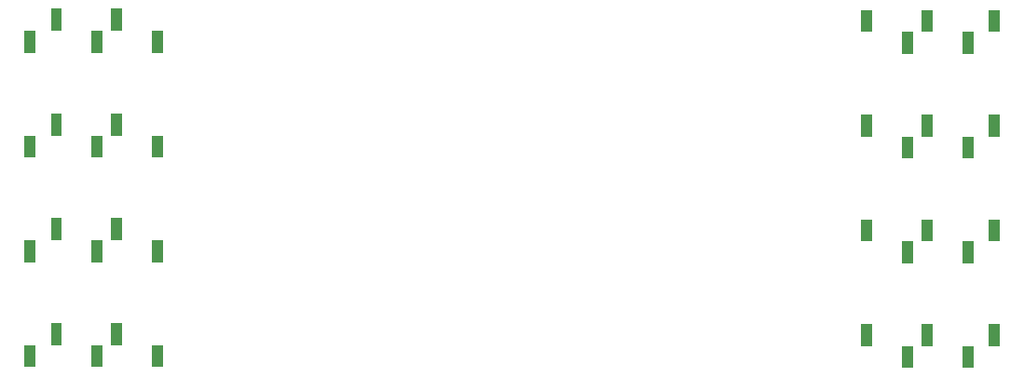
<source format=gbr>
G04 EAGLE Gerber RS-274X export*
G75*
%MOMM*%
%FSLAX34Y34*%
%LPD*%
%INMilling*%
%IPPOS*%
%AMOC8*
5,1,8,0,0,1.08239X$1,22.5*%
G01*

G36*
X153855Y416399D02*
X153855Y416399D01*
X153855Y416400D01*
X153855Y436400D01*
X153851Y436405D01*
X153850Y436405D01*
X143850Y436405D01*
X143845Y436401D01*
X143845Y436400D01*
X143845Y416400D01*
X143849Y416395D01*
X143850Y416395D01*
X153850Y416395D01*
X153855Y416399D01*
G37*
G36*
X98855Y416399D02*
X98855Y416399D01*
X98855Y416400D01*
X98855Y436400D01*
X98851Y436405D01*
X98850Y436405D01*
X88850Y436405D01*
X88845Y436401D01*
X88845Y436400D01*
X88845Y416400D01*
X88849Y416395D01*
X88850Y416395D01*
X98850Y416395D01*
X98855Y416399D01*
G37*
G36*
X890155Y415449D02*
X890155Y415449D01*
X890155Y415450D01*
X890155Y435450D01*
X890151Y435455D01*
X890150Y435455D01*
X880150Y435455D01*
X880145Y435451D01*
X880145Y435450D01*
X880145Y415450D01*
X880149Y415445D01*
X880150Y415445D01*
X890150Y415445D01*
X890155Y415449D01*
G37*
G36*
X951155Y415449D02*
X951155Y415449D01*
X951155Y415450D01*
X951155Y435450D01*
X951151Y435455D01*
X951150Y435455D01*
X941150Y435455D01*
X941145Y435451D01*
X941145Y435450D01*
X941145Y415450D01*
X941149Y415445D01*
X941150Y415445D01*
X951150Y415445D01*
X951155Y415449D01*
G37*
G36*
X835155Y415449D02*
X835155Y415449D01*
X835155Y415450D01*
X835155Y435450D01*
X835151Y435455D01*
X835150Y435455D01*
X825150Y435455D01*
X825145Y435451D01*
X825145Y435450D01*
X825145Y415450D01*
X825149Y415445D01*
X825150Y415445D01*
X835150Y415445D01*
X835155Y415449D01*
G37*
G36*
X190855Y396399D02*
X190855Y396399D01*
X190855Y396400D01*
X190855Y416400D01*
X190851Y416405D01*
X190850Y416405D01*
X180850Y416405D01*
X180845Y416401D01*
X180845Y416400D01*
X180845Y396400D01*
X180849Y396395D01*
X180850Y396395D01*
X190850Y396395D01*
X190855Y396399D01*
G37*
G36*
X74855Y396399D02*
X74855Y396399D01*
X74855Y396400D01*
X74855Y416400D01*
X74851Y416405D01*
X74850Y416405D01*
X64850Y416405D01*
X64845Y416401D01*
X64845Y416400D01*
X64845Y396400D01*
X64849Y396395D01*
X64850Y396395D01*
X74850Y396395D01*
X74855Y396399D01*
G37*
G36*
X135855Y396399D02*
X135855Y396399D01*
X135855Y396400D01*
X135855Y416400D01*
X135851Y416405D01*
X135850Y416405D01*
X125850Y416405D01*
X125845Y416401D01*
X125845Y416400D01*
X125845Y396400D01*
X125849Y396395D01*
X125850Y396395D01*
X135850Y396395D01*
X135855Y396399D01*
G37*
G36*
X872155Y395449D02*
X872155Y395449D01*
X872155Y395450D01*
X872155Y415450D01*
X872151Y415455D01*
X872150Y415455D01*
X862150Y415455D01*
X862145Y415451D01*
X862145Y415450D01*
X862145Y395450D01*
X862149Y395445D01*
X862150Y395445D01*
X872150Y395445D01*
X872155Y395449D01*
G37*
G36*
X927155Y395449D02*
X927155Y395449D01*
X927155Y395450D01*
X927155Y415450D01*
X927151Y415455D01*
X927150Y415455D01*
X917150Y415455D01*
X917145Y415451D01*
X917145Y415450D01*
X917145Y395450D01*
X917149Y395445D01*
X917150Y395445D01*
X927150Y395445D01*
X927155Y395449D01*
G37*
G36*
X98855Y321149D02*
X98855Y321149D01*
X98855Y321150D01*
X98855Y341150D01*
X98851Y341155D01*
X98850Y341155D01*
X88850Y341155D01*
X88845Y341151D01*
X88845Y341150D01*
X88845Y321150D01*
X88849Y321145D01*
X88850Y321145D01*
X98850Y321145D01*
X98855Y321149D01*
G37*
G36*
X153855Y321149D02*
X153855Y321149D01*
X153855Y321150D01*
X153855Y341150D01*
X153851Y341155D01*
X153850Y341155D01*
X143850Y341155D01*
X143845Y341151D01*
X143845Y341150D01*
X143845Y321150D01*
X143849Y321145D01*
X143850Y321145D01*
X153850Y321145D01*
X153855Y321149D01*
G37*
G36*
X951155Y320199D02*
X951155Y320199D01*
X951155Y320200D01*
X951155Y340200D01*
X951151Y340205D01*
X951150Y340205D01*
X941150Y340205D01*
X941145Y340201D01*
X941145Y340200D01*
X941145Y320200D01*
X941149Y320195D01*
X941150Y320195D01*
X951150Y320195D01*
X951155Y320199D01*
G37*
G36*
X835155Y320199D02*
X835155Y320199D01*
X835155Y320200D01*
X835155Y340200D01*
X835151Y340205D01*
X835150Y340205D01*
X825150Y340205D01*
X825145Y340201D01*
X825145Y340200D01*
X825145Y320200D01*
X825149Y320195D01*
X825150Y320195D01*
X835150Y320195D01*
X835155Y320199D01*
G37*
G36*
X890155Y320199D02*
X890155Y320199D01*
X890155Y320200D01*
X890155Y340200D01*
X890151Y340205D01*
X890150Y340205D01*
X880150Y340205D01*
X880145Y340201D01*
X880145Y340200D01*
X880145Y320200D01*
X880149Y320195D01*
X880150Y320195D01*
X890150Y320195D01*
X890155Y320199D01*
G37*
G36*
X190855Y301149D02*
X190855Y301149D01*
X190855Y301150D01*
X190855Y321150D01*
X190851Y321155D01*
X190850Y321155D01*
X180850Y321155D01*
X180845Y321151D01*
X180845Y321150D01*
X180845Y301150D01*
X180849Y301145D01*
X180850Y301145D01*
X190850Y301145D01*
X190855Y301149D01*
G37*
G36*
X135855Y301149D02*
X135855Y301149D01*
X135855Y301150D01*
X135855Y321150D01*
X135851Y321155D01*
X135850Y321155D01*
X125850Y321155D01*
X125845Y321151D01*
X125845Y321150D01*
X125845Y301150D01*
X125849Y301145D01*
X125850Y301145D01*
X135850Y301145D01*
X135855Y301149D01*
G37*
G36*
X74855Y301149D02*
X74855Y301149D01*
X74855Y301150D01*
X74855Y321150D01*
X74851Y321155D01*
X74850Y321155D01*
X64850Y321155D01*
X64845Y321151D01*
X64845Y321150D01*
X64845Y301150D01*
X64849Y301145D01*
X64850Y301145D01*
X74850Y301145D01*
X74855Y301149D01*
G37*
G36*
X927155Y300199D02*
X927155Y300199D01*
X927155Y300200D01*
X927155Y320200D01*
X927151Y320205D01*
X927150Y320205D01*
X917150Y320205D01*
X917145Y320201D01*
X917145Y320200D01*
X917145Y300200D01*
X917149Y300195D01*
X917150Y300195D01*
X927150Y300195D01*
X927155Y300199D01*
G37*
G36*
X872155Y300199D02*
X872155Y300199D01*
X872155Y300200D01*
X872155Y320200D01*
X872151Y320205D01*
X872150Y320205D01*
X862150Y320205D01*
X862145Y320201D01*
X862145Y320200D01*
X862145Y300200D01*
X862149Y300195D01*
X862150Y300195D01*
X872150Y300195D01*
X872155Y300199D01*
G37*
G36*
X98855Y225899D02*
X98855Y225899D01*
X98855Y225900D01*
X98855Y245900D01*
X98851Y245905D01*
X98850Y245905D01*
X88850Y245905D01*
X88845Y245901D01*
X88845Y245900D01*
X88845Y225900D01*
X88849Y225895D01*
X88850Y225895D01*
X98850Y225895D01*
X98855Y225899D01*
G37*
G36*
X153855Y225899D02*
X153855Y225899D01*
X153855Y225900D01*
X153855Y245900D01*
X153851Y245905D01*
X153850Y245905D01*
X143850Y245905D01*
X143845Y245901D01*
X143845Y245900D01*
X143845Y225900D01*
X143849Y225895D01*
X143850Y225895D01*
X153850Y225895D01*
X153855Y225899D01*
G37*
G36*
X951155Y224949D02*
X951155Y224949D01*
X951155Y224950D01*
X951155Y244950D01*
X951151Y244955D01*
X951150Y244955D01*
X941150Y244955D01*
X941145Y244951D01*
X941145Y244950D01*
X941145Y224950D01*
X941149Y224945D01*
X941150Y224945D01*
X951150Y224945D01*
X951155Y224949D01*
G37*
G36*
X835155Y224949D02*
X835155Y224949D01*
X835155Y224950D01*
X835155Y244950D01*
X835151Y244955D01*
X835150Y244955D01*
X825150Y244955D01*
X825145Y244951D01*
X825145Y244950D01*
X825145Y224950D01*
X825149Y224945D01*
X825150Y224945D01*
X835150Y224945D01*
X835155Y224949D01*
G37*
G36*
X890155Y224949D02*
X890155Y224949D01*
X890155Y224950D01*
X890155Y244950D01*
X890151Y244955D01*
X890150Y244955D01*
X880150Y244955D01*
X880145Y244951D01*
X880145Y244950D01*
X880145Y224950D01*
X880149Y224945D01*
X880150Y224945D01*
X890150Y224945D01*
X890155Y224949D01*
G37*
G36*
X135855Y205899D02*
X135855Y205899D01*
X135855Y205900D01*
X135855Y225900D01*
X135851Y225905D01*
X135850Y225905D01*
X125850Y225905D01*
X125845Y225901D01*
X125845Y225900D01*
X125845Y205900D01*
X125849Y205895D01*
X125850Y205895D01*
X135850Y205895D01*
X135855Y205899D01*
G37*
G36*
X190855Y205899D02*
X190855Y205899D01*
X190855Y205900D01*
X190855Y225900D01*
X190851Y225905D01*
X190850Y225905D01*
X180850Y225905D01*
X180845Y225901D01*
X180845Y225900D01*
X180845Y205900D01*
X180849Y205895D01*
X180850Y205895D01*
X190850Y205895D01*
X190855Y205899D01*
G37*
G36*
X74855Y205899D02*
X74855Y205899D01*
X74855Y205900D01*
X74855Y225900D01*
X74851Y225905D01*
X74850Y225905D01*
X64850Y225905D01*
X64845Y225901D01*
X64845Y225900D01*
X64845Y205900D01*
X64849Y205895D01*
X64850Y205895D01*
X74850Y205895D01*
X74855Y205899D01*
G37*
G36*
X872155Y204949D02*
X872155Y204949D01*
X872155Y204950D01*
X872155Y224950D01*
X872151Y224955D01*
X872150Y224955D01*
X862150Y224955D01*
X862145Y224951D01*
X862145Y224950D01*
X862145Y204950D01*
X862149Y204945D01*
X862150Y204945D01*
X872150Y204945D01*
X872155Y204949D01*
G37*
G36*
X927155Y204949D02*
X927155Y204949D01*
X927155Y204950D01*
X927155Y224950D01*
X927151Y224955D01*
X927150Y224955D01*
X917150Y224955D01*
X917145Y224951D01*
X917145Y224950D01*
X917145Y204950D01*
X917149Y204945D01*
X917150Y204945D01*
X927150Y204945D01*
X927155Y204949D01*
G37*
G36*
X153855Y130649D02*
X153855Y130649D01*
X153855Y130650D01*
X153855Y150650D01*
X153851Y150655D01*
X153850Y150655D01*
X143850Y150655D01*
X143845Y150651D01*
X143845Y150650D01*
X143845Y130650D01*
X143849Y130645D01*
X143850Y130645D01*
X153850Y130645D01*
X153855Y130649D01*
G37*
G36*
X98855Y130649D02*
X98855Y130649D01*
X98855Y130650D01*
X98855Y150650D01*
X98851Y150655D01*
X98850Y150655D01*
X88850Y150655D01*
X88845Y150651D01*
X88845Y150650D01*
X88845Y130650D01*
X88849Y130645D01*
X88850Y130645D01*
X98850Y130645D01*
X98855Y130649D01*
G37*
G36*
X951155Y129699D02*
X951155Y129699D01*
X951155Y129700D01*
X951155Y149700D01*
X951151Y149705D01*
X951150Y149705D01*
X941150Y149705D01*
X941145Y149701D01*
X941145Y149700D01*
X941145Y129700D01*
X941149Y129695D01*
X941150Y129695D01*
X951150Y129695D01*
X951155Y129699D01*
G37*
G36*
X835155Y129699D02*
X835155Y129699D01*
X835155Y129700D01*
X835155Y149700D01*
X835151Y149705D01*
X835150Y149705D01*
X825150Y149705D01*
X825145Y149701D01*
X825145Y149700D01*
X825145Y129700D01*
X825149Y129695D01*
X825150Y129695D01*
X835150Y129695D01*
X835155Y129699D01*
G37*
G36*
X890155Y129699D02*
X890155Y129699D01*
X890155Y129700D01*
X890155Y149700D01*
X890151Y149705D01*
X890150Y149705D01*
X880150Y149705D01*
X880145Y149701D01*
X880145Y149700D01*
X880145Y129700D01*
X880149Y129695D01*
X880150Y129695D01*
X890150Y129695D01*
X890155Y129699D01*
G37*
G36*
X190855Y110649D02*
X190855Y110649D01*
X190855Y110650D01*
X190855Y130650D01*
X190851Y130655D01*
X190850Y130655D01*
X180850Y130655D01*
X180845Y130651D01*
X180845Y130650D01*
X180845Y110650D01*
X180849Y110645D01*
X180850Y110645D01*
X190850Y110645D01*
X190855Y110649D01*
G37*
G36*
X135855Y110649D02*
X135855Y110649D01*
X135855Y110650D01*
X135855Y130650D01*
X135851Y130655D01*
X135850Y130655D01*
X125850Y130655D01*
X125845Y130651D01*
X125845Y130650D01*
X125845Y110650D01*
X125849Y110645D01*
X125850Y110645D01*
X135850Y110645D01*
X135855Y110649D01*
G37*
G36*
X74855Y110649D02*
X74855Y110649D01*
X74855Y110650D01*
X74855Y130650D01*
X74851Y130655D01*
X74850Y130655D01*
X64850Y130655D01*
X64845Y130651D01*
X64845Y130650D01*
X64845Y110650D01*
X64849Y110645D01*
X64850Y110645D01*
X74850Y110645D01*
X74855Y110649D01*
G37*
G36*
X872155Y109699D02*
X872155Y109699D01*
X872155Y109700D01*
X872155Y129700D01*
X872151Y129705D01*
X872150Y129705D01*
X862150Y129705D01*
X862145Y129701D01*
X862145Y129700D01*
X862145Y109700D01*
X862149Y109695D01*
X862150Y109695D01*
X872150Y109695D01*
X872155Y109699D01*
G37*
G36*
X927155Y109699D02*
X927155Y109699D01*
X927155Y109700D01*
X927155Y129700D01*
X927151Y129705D01*
X927150Y129705D01*
X917150Y129705D01*
X917145Y129701D01*
X917145Y129700D01*
X917145Y109700D01*
X917149Y109695D01*
X917150Y109695D01*
X927150Y109695D01*
X927155Y109699D01*
G37*
M02*

</source>
